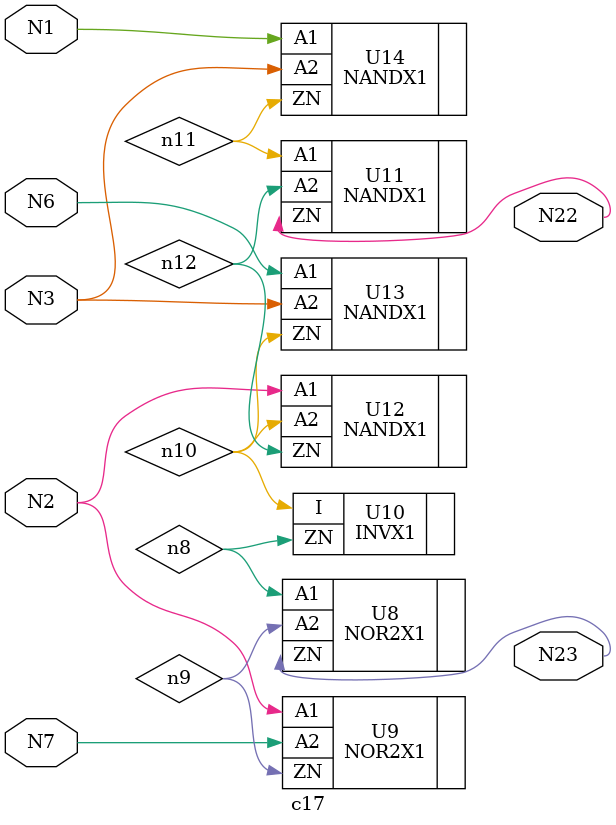
<source format=v>
module c17 (N1, N2, N3, N6, N7, N22, N23);
	input N1, N2, N3, N6, N7;
	output N22, N23;
	wire n8, n9, n10, n11, n12;
	// Comment
	NOR2X1 U8 (.A1(n8), .A2(n9), .ZN(N23));
	NOR2X1 U9 (.A1(N2), .A2(N7), .ZN(n9));
	INVX1 U10 (.I(n10), .ZN(n8));
	NANDX1 U11 (.A1(n11), .A2(n12), .ZN(N22));
	NANDX1 U12 (.A1(N2), .A2(n10), .ZN(n12));
	NANDX1 U13 (.A1(N6), .A2(N3), .ZN(n10));
	NANDX1 U14 (.A1(N1), .A2(N3), .ZN(n11));
endmodule
</source>
